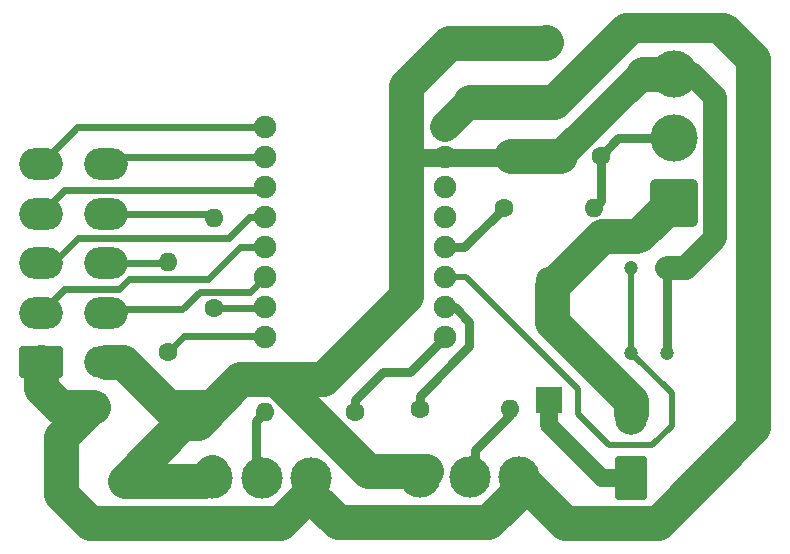
<source format=gbr>
%TF.GenerationSoftware,KiCad,Pcbnew,9.0.0*%
%TF.CreationDate,2025-04-30T12:36:20+02:00*%
%TF.ProjectId,HydraOswietlenie,48796472-614f-4737-9769-65746c656e69,rev?*%
%TF.SameCoordinates,Original*%
%TF.FileFunction,Copper,L2,Bot*%
%TF.FilePolarity,Positive*%
%FSLAX46Y46*%
G04 Gerber Fmt 4.6, Leading zero omitted, Abs format (unit mm)*
G04 Created by KiCad (PCBNEW 9.0.0) date 2025-04-30 12:36:20*
%MOMM*%
%LPD*%
G01*
G04 APERTURE LIST*
G04 Aperture macros list*
%AMRoundRect*
0 Rectangle with rounded corners*
0 $1 Rounding radius*
0 $2 $3 $4 $5 $6 $7 $8 $9 X,Y pos of 4 corners*
0 Add a 4 corners polygon primitive as box body*
4,1,4,$2,$3,$4,$5,$6,$7,$8,$9,$2,$3,0*
0 Add four circle primitives for the rounded corners*
1,1,$1+$1,$2,$3*
1,1,$1+$1,$4,$5*
1,1,$1+$1,$6,$7*
1,1,$1+$1,$8,$9*
0 Add four rect primitives between the rounded corners*
20,1,$1+$1,$2,$3,$4,$5,0*
20,1,$1+$1,$4,$5,$6,$7,0*
20,1,$1+$1,$6,$7,$8,$9,0*
20,1,$1+$1,$8,$9,$2,$3,0*%
G04 Aperture macros list end*
%TA.AperFunction,ComponentPad*%
%ADD10C,1.600000*%
%TD*%
%TA.AperFunction,ComponentPad*%
%ADD11O,1.600000X1.600000*%
%TD*%
%TA.AperFunction,ComponentPad*%
%ADD12C,3.500000*%
%TD*%
%TA.AperFunction,ComponentPad*%
%ADD13RoundRect,0.368324X1.631676X-1.631676X1.631676X1.631676X-1.631676X1.631676X-1.631676X-1.631676X0*%
%TD*%
%TA.AperFunction,ComponentPad*%
%ADD14C,4.000000*%
%TD*%
%TA.AperFunction,ComponentPad*%
%ADD15C,1.905000*%
%TD*%
%TA.AperFunction,ComponentPad*%
%ADD16R,2.000000X2.000000*%
%TD*%
%TA.AperFunction,ComponentPad*%
%ADD17C,2.000000*%
%TD*%
%TA.AperFunction,ComponentPad*%
%ADD18R,2.200000X2.200000*%
%TD*%
%TA.AperFunction,ComponentPad*%
%ADD19O,2.200000X2.200000*%
%TD*%
%TA.AperFunction,ComponentPad*%
%ADD20RoundRect,0.250001X1.099999X1.599999X-1.099999X1.599999X-1.099999X-1.599999X1.099999X-1.599999X0*%
%TD*%
%TA.AperFunction,ComponentPad*%
%ADD21O,2.700000X3.700000*%
%TD*%
%TA.AperFunction,ComponentPad*%
%ADD22RoundRect,0.250001X1.599999X-1.099999X1.599999X1.099999X-1.599999X1.099999X-1.599999X-1.099999X0*%
%TD*%
%TA.AperFunction,ComponentPad*%
%ADD23O,3.700000X2.700000*%
%TD*%
%TA.AperFunction,ViaPad*%
%ADD24C,1.200000*%
%TD*%
%TA.AperFunction,Conductor*%
%ADD25C,3.000000*%
%TD*%
%TA.AperFunction,Conductor*%
%ADD26C,1.500000*%
%TD*%
%TA.AperFunction,Conductor*%
%ADD27C,2.800000*%
%TD*%
%TA.AperFunction,Conductor*%
%ADD28C,2.000000*%
%TD*%
%TA.AperFunction,Conductor*%
%ADD29C,2.500000*%
%TD*%
%TA.AperFunction,Conductor*%
%ADD30C,0.800000*%
%TD*%
%TA.AperFunction,Conductor*%
%ADD31C,0.600000*%
%TD*%
%TA.AperFunction,Conductor*%
%ADD32C,0.500000*%
%TD*%
G04 APERTURE END LIST*
D10*
%TO.P,R1,1*%
%TO.N,Net-(U1-GPIO21)*%
X122300000Y-102510000D03*
D11*
%TO.P,R1,2*%
%TO.N,/CAN_TX*%
X122300000Y-94890000D03*
%TD*%
D10*
%TO.P,R6,1*%
%TO.N,/LED_STRIP_1*%
X138110000Y-107600000D03*
D11*
%TO.P,R6,2*%
%TO.N,Net-(J2-Pin_2)*%
X130490000Y-107600000D03*
%TD*%
D12*
%TO.P,J2,1,Pin_1*%
%TO.N,+5V*%
X134400000Y-113200000D03*
%TO.P,J2,2,Pin_2*%
%TO.N,Net-(J2-Pin_2)*%
X130200000Y-113200000D03*
%TO.P,J2,3,Pin_3*%
%TO.N,GND*%
X126000000Y-113200000D03*
%TD*%
D13*
%TO.P,Q1,1,D*%
%TO.N,/HORN_HORN*%
X165127500Y-89862500D03*
D14*
%TO.P,Q1,2,G*%
%TO.N,Net-(Q1-G)*%
X165127500Y-84402500D03*
%TO.P,Q1,3,S*%
%TO.N,GND*%
X165127500Y-78942500D03*
%TD*%
D15*
%TO.P,U1,0,GPIO0*%
%TO.N,/LED_STRIP_1*%
X145720000Y-101280000D03*
%TO.P,U1,1,GPIO1*%
%TO.N,/LED_STRIP_2*%
X145720000Y-98740000D03*
%TO.P,U1,2,GPIO2*%
%TO.N,/TEST*%
X145720000Y-96200000D03*
%TO.P,U1,3,GPIO3*%
%TO.N,/HORN_DRIVER*%
X145720000Y-93660000D03*
%TO.P,U1,3.3,3V3*%
%TO.N,unconnected-(U1-3V3-Pad3.3)*%
X145720000Y-88580000D03*
%TO.P,U1,4,GPIO4*%
%TO.N,unconnected-(U1-GPIO4-Pad4)*%
X145720000Y-91120000D03*
%TO.P,U1,5,GPIO5*%
%TO.N,/LIGHT_POS*%
X130480000Y-83500000D03*
%TO.P,U1,5V,5V*%
%TO.N,+5V*%
X145720000Y-83500000D03*
%TO.P,U1,6,GPIO6*%
%TO.N,/LIGHT_BEAM*%
X130480000Y-86040000D03*
%TO.P,U1,7,GPIO7*%
%TO.N,/LIGHT_L*%
X130480000Y-88580000D03*
%TO.P,U1,8,GPIO8*%
%TO.N,/HORN_SIGNAL*%
X130480000Y-91120000D03*
%TO.P,U1,9,GPIO9*%
%TO.N,/BRAKE*%
X130480000Y-93660000D03*
%TO.P,U1,10,GPIO10*%
%TO.N,/LIGHT_R*%
X130480000Y-96200000D03*
%TO.P,U1,20,GPIO20*%
%TO.N,Net-(U1-GPIO20)*%
X130480000Y-98740000D03*
%TO.P,U1,21,GPIO21*%
%TO.N,Net-(U1-GPIO21)*%
X130480000Y-101280000D03*
%TO.P,U1,G,GND*%
%TO.N,GND*%
X145720000Y-86040000D03*
%TD*%
D16*
%TO.P,C1,1*%
%TO.N,+5V*%
X154300000Y-81267677D03*
D17*
%TO.P,C1,2*%
%TO.N,GND*%
X154300000Y-76267677D03*
%TD*%
D16*
%TO.P,C1,1*%
%TO.N,N/C*%
X113532323Y-113700000D03*
D17*
%TO.P,C1,2*%
%TO.N,GND*%
X118532323Y-113700000D03*
%TD*%
D18*
%TO.P,D2,1,K*%
%TO.N,+12V*%
X154550000Y-106550000D03*
D19*
%TO.P,D2,2,A*%
%TO.N,/HORN_HORN*%
X154550000Y-96390000D03*
%TD*%
D10*
%TO.P,R4,1*%
%TO.N,/HORN_DRIVER*%
X150690000Y-90300000D03*
D11*
%TO.P,R4,2*%
%TO.N,Net-(Q1-G)*%
X158310000Y-90300000D03*
%TD*%
D20*
%TO.P,J4,1,Pin_1*%
%TO.N,+12V*%
X161500000Y-113200000D03*
D21*
%TO.P,J4,2,Pin_2*%
%TO.N,/HORN_HORN*%
X161500000Y-107700000D03*
%TD*%
D18*
%TO.P,Z1,1,K*%
%TO.N,+5V*%
X115920000Y-107200000D03*
D19*
%TO.P,Z1,2,A*%
%TO.N,GND*%
X126080000Y-107200000D03*
%TD*%
D12*
%TO.P,J3,1,Pin_1*%
%TO.N,+5V*%
X152015750Y-113087100D03*
%TO.P,J3,2,Pin_2*%
%TO.N,Net-(J3-Pin_2)*%
X147815750Y-113087100D03*
%TO.P,J3,3,Pin_3*%
%TO.N,GND*%
X143615750Y-113087100D03*
%TD*%
D10*
%TO.P,R2,1*%
%TO.N,Net-(U1-GPIO20)*%
X126200000Y-98810000D03*
D11*
%TO.P,R2,2*%
%TO.N,/CAN_RX*%
X126200000Y-91190000D03*
%TD*%
D10*
%TO.P,R3,1*%
%TO.N,Net-(Q1-G)*%
X158900000Y-85900000D03*
D11*
%TO.P,R3,2*%
%TO.N,GND*%
X151280000Y-85900000D03*
%TD*%
D22*
%TO.P,J1,1,Pin_1*%
%TO.N,+5V*%
X111500000Y-103400000D03*
D23*
%TO.P,J1,2,Pin_2*%
%TO.N,/BRAKE*%
X111500000Y-99200000D03*
%TO.P,J1,3,Pin_3*%
%TO.N,/HORN_SIGNAL*%
X111500000Y-95000000D03*
%TO.P,J1,4,Pin_4*%
%TO.N,/LIGHT_L*%
X111500000Y-90800000D03*
%TO.P,J1,5,Pin_5*%
%TO.N,/LIGHT_POS*%
X111500000Y-86600000D03*
%TO.P,J1,6,Pin_6*%
%TO.N,GND*%
X117000000Y-103400000D03*
%TO.P,J1,7,Pin_7*%
%TO.N,/LIGHT_R*%
X117000000Y-99200000D03*
%TO.P,J1,8,Pin_8*%
%TO.N,/CAN_TX*%
X117000000Y-95000000D03*
%TO.P,J1,9,Pin_9*%
%TO.N,/CAN_RX*%
X117000000Y-90800000D03*
%TO.P,J1,10,Pin_10*%
%TO.N,/LIGHT_BEAM*%
X117000000Y-86600000D03*
%TD*%
D10*
%TO.P,R5,1*%
%TO.N,/LED_STRIP_2*%
X143590000Y-107300000D03*
D11*
%TO.P,R5,2*%
%TO.N,Net-(J3-Pin_2)*%
X151210000Y-107300000D03*
%TD*%
D24*
%TO.N,GND*%
X164500000Y-102600000D03*
X164500000Y-95400000D03*
%TO.N,/TEST*%
X161500000Y-102600000D03*
X161500000Y-95400000D03*
%TD*%
D25*
%TO.N,+5V*%
X131800000Y-117000000D02*
X134415750Y-114384250D01*
X160950000Y-75350000D02*
X154932323Y-81367677D01*
D26*
X134415750Y-112687100D02*
X134415750Y-112915750D01*
D25*
X171850000Y-108880000D02*
X171850000Y-77750000D01*
X115720000Y-107200000D02*
X113200000Y-109720000D01*
X111500000Y-105580000D02*
X113120000Y-107200000D01*
X152500000Y-113600000D02*
X155900000Y-117000000D01*
D27*
X169450000Y-75350000D02*
X169300000Y-75200000D01*
D25*
X154932323Y-81367677D02*
X147852323Y-81367677D01*
D28*
X152500000Y-113600000D02*
X152500000Y-112587100D01*
X134415750Y-112687100D02*
X134415750Y-112865750D01*
D25*
X113200000Y-109720000D02*
X113200000Y-114500000D01*
D29*
X161250000Y-75050000D02*
X161100000Y-75200000D01*
X147852323Y-81367677D02*
X145720000Y-83500000D01*
D25*
X115700000Y-117000000D02*
X131800000Y-117000000D01*
D29*
X169300000Y-75200000D02*
X169150000Y-75050000D01*
D25*
X134415750Y-114715750D02*
X136650000Y-116950000D01*
D29*
X169150000Y-75050000D02*
X161250000Y-75050000D01*
D25*
X155900000Y-117000000D02*
X163730000Y-117000000D01*
X115920000Y-107200000D02*
X115720000Y-107200000D01*
X134415750Y-114384250D02*
X134415750Y-113784250D01*
X163730000Y-117000000D02*
X171850000Y-108880000D01*
X136650000Y-116950000D02*
X149400000Y-116950000D01*
X113200000Y-114500000D02*
X115700000Y-117000000D01*
X171850000Y-77750000D02*
X169450000Y-75350000D01*
D27*
X161100000Y-75200000D02*
X160950000Y-75350000D01*
D25*
X152500000Y-113850000D02*
X152500000Y-113600000D01*
D28*
X134415750Y-113784250D02*
X134415750Y-112687100D01*
D25*
X149400000Y-116950000D02*
X152500000Y-113850000D01*
X111500000Y-103400000D02*
X111500000Y-105580000D01*
X134415750Y-112915750D02*
X134415750Y-114715750D01*
X113120000Y-107200000D02*
X115920000Y-107200000D01*
%TO.N,GND*%
X139187100Y-112587100D02*
X144100000Y-112587100D01*
X117000000Y-103400000D02*
X118450000Y-103400000D01*
X165127500Y-78942500D02*
X162457500Y-78942500D01*
X131400000Y-104800000D02*
X135400000Y-104800000D01*
X135400000Y-104800000D02*
X142400000Y-97800000D01*
X155500000Y-85900000D02*
X151280000Y-85900000D01*
X124780000Y-108500000D02*
X123500000Y-108500000D01*
X131400000Y-104800000D02*
X139187100Y-112587100D01*
D28*
X168600000Y-92900000D02*
X166100000Y-95400000D01*
X165127500Y-78942500D02*
X166642500Y-78942500D01*
D25*
X125302850Y-113400000D02*
X126015750Y-112687100D01*
X154200000Y-76367677D02*
X154300000Y-76267677D01*
X146032323Y-76367677D02*
X154200000Y-76367677D01*
D28*
X166642500Y-78942500D02*
X168600000Y-80900000D01*
D25*
X118450000Y-103400000D02*
X122250000Y-107200000D01*
X122250000Y-107200000D02*
X126080000Y-107200000D01*
D28*
X168600000Y-80900000D02*
X168600000Y-92900000D01*
D30*
X164500000Y-95400000D02*
X164500000Y-102600000D01*
D25*
X128400000Y-104800000D02*
X131400000Y-104800000D01*
X123500000Y-108500000D02*
X118600000Y-113400000D01*
D29*
X162457500Y-78942500D02*
X155500000Y-85900000D01*
D25*
X118600000Y-113400000D02*
X125302850Y-113400000D01*
X142400000Y-80000000D02*
X146032323Y-76367677D01*
D28*
X166100000Y-95400000D02*
X164500000Y-95400000D01*
D26*
X151280000Y-85900000D02*
X151080000Y-86100000D01*
D25*
X142400000Y-97800000D02*
X142400000Y-80000000D01*
D26*
X143300000Y-86100000D02*
X142400000Y-87000000D01*
D25*
X126080000Y-107200000D02*
X124780000Y-108500000D01*
X124700000Y-108500000D02*
X128400000Y-104800000D01*
D26*
X151080000Y-86100000D02*
X143300000Y-86100000D01*
D31*
%TO.N,/HORN_SIGNAL*%
X112550000Y-95000000D02*
X114700000Y-92850000D01*
X111500000Y-95000000D02*
X112550000Y-95000000D01*
X114700000Y-92850000D02*
X127450000Y-92850000D01*
X127450000Y-92850000D02*
X129180000Y-91120000D01*
X129180000Y-91120000D02*
X130480000Y-91120000D01*
%TO.N,Net-(U1-GPIO20)*%
X126200000Y-98810000D02*
X130410000Y-98810000D01*
X130410000Y-98810000D02*
X130480000Y-98740000D01*
D32*
%TO.N,/TEST*%
X157000000Y-105650000D02*
X147550000Y-96200000D01*
X147550000Y-96200000D02*
X145720000Y-96200000D01*
X161500000Y-95400000D02*
X161500000Y-102600000D01*
X159650000Y-110425000D02*
X157000000Y-107775000D01*
X157000000Y-107775000D02*
X157000000Y-105650000D01*
X163250000Y-110425000D02*
X159650000Y-110425000D01*
X164925000Y-106025000D02*
X164925000Y-108750000D01*
X161500000Y-102600000D02*
X164925000Y-106025000D01*
X164925000Y-108750000D02*
X163250000Y-110425000D01*
D31*
%TO.N,Net-(U1-GPIO21)*%
X122300000Y-102510000D02*
X123610000Y-101200000D01*
X130400000Y-101200000D02*
X130480000Y-101280000D01*
X123610000Y-101200000D02*
X130400000Y-101200000D01*
D30*
%TO.N,/LED_STRIP_2*%
X147800000Y-100000000D02*
X146540000Y-98740000D01*
X147800000Y-102000000D02*
X147800000Y-100000000D01*
X143590000Y-107300000D02*
X143590000Y-106210000D01*
X146540000Y-98740000D02*
X145720000Y-98740000D01*
X143590000Y-106210000D02*
X147800000Y-102000000D01*
%TO.N,/LED_STRIP_1*%
X138110000Y-106600000D02*
X140510000Y-104200000D01*
X140510000Y-104200000D02*
X142800000Y-104200000D01*
X142800000Y-104200000D02*
X145720000Y-101280000D01*
X138110000Y-107600000D02*
X138110000Y-106600000D01*
%TO.N,/HORN_DRIVER*%
X145720000Y-93660000D02*
X147330000Y-93660000D01*
X147330000Y-93660000D02*
X150690000Y-90300000D01*
D25*
%TO.N,/HORN_HORN*%
X161900000Y-92700000D02*
X159000000Y-92700000D01*
X154800000Y-100000000D02*
X161500000Y-106700000D01*
X164937500Y-89862500D02*
X162150000Y-92650000D01*
X159000000Y-92700000D02*
X154800000Y-96900000D01*
X162150000Y-92650000D02*
X161950000Y-92650000D01*
X154800000Y-96900000D02*
X154800000Y-100000000D01*
X161500000Y-106700000D02*
X161500000Y-107700000D01*
D26*
X164937500Y-89862500D02*
X165127500Y-89862500D01*
D25*
X161950000Y-92650000D02*
X161900000Y-92700000D01*
D26*
%TO.N,+12V*%
X154550000Y-108700000D02*
X159050000Y-113200000D01*
X159050000Y-113200000D02*
X161500000Y-113200000D01*
X154550000Y-106550000D02*
X154550000Y-108700000D01*
D31*
%TO.N,/LIGHT_R*%
X117000000Y-99200000D02*
X117300000Y-98900000D01*
X117300000Y-98900000D02*
X123500000Y-98900000D01*
X129230000Y-97450000D02*
X130480000Y-96200000D01*
X123500000Y-98900000D02*
X124950000Y-97450000D01*
X124950000Y-97450000D02*
X129230000Y-97450000D01*
%TO.N,/BRAKE*%
X125700000Y-96350000D02*
X128390000Y-93660000D01*
X113500000Y-97200000D02*
X118150000Y-97200000D01*
X118150000Y-97200000D02*
X119000000Y-96350000D01*
X119000000Y-96350000D02*
X125700000Y-96350000D01*
X111500000Y-99200000D02*
X113500000Y-97200000D01*
X128390000Y-93660000D02*
X130480000Y-93660000D01*
%TO.N,/LIGHT_L*%
X113500000Y-88800000D02*
X130260000Y-88800000D01*
X111500000Y-90800000D02*
X113500000Y-88800000D01*
X130260000Y-88800000D02*
X130480000Y-88580000D01*
%TO.N,/LIGHT_POS*%
X114600000Y-83500000D02*
X130480000Y-83500000D01*
X111500000Y-86600000D02*
X114600000Y-83500000D01*
%TO.N,/CAN_TX*%
X122190000Y-95000000D02*
X122300000Y-94890000D01*
X117000000Y-95000000D02*
X122190000Y-95000000D01*
%TO.N,/CAN_RX*%
X125810000Y-90800000D02*
X126200000Y-91190000D01*
X117000000Y-90800000D02*
X125810000Y-90800000D01*
%TO.N,/LIGHT_BEAM*%
X117560000Y-86040000D02*
X130480000Y-86040000D01*
X117000000Y-86600000D02*
X117560000Y-86040000D01*
D30*
%TO.N,Net-(J2-Pin_2)*%
X129740000Y-112211350D02*
X130215750Y-112687100D01*
X130490000Y-107600000D02*
X129740000Y-108350000D01*
X129740000Y-108350000D02*
X129740000Y-112211350D01*
%TO.N,Net-(J3-Pin_2)*%
X148300000Y-112587100D02*
X148300000Y-110800000D01*
X148300000Y-110800000D02*
X151210000Y-107890000D01*
X151210000Y-107890000D02*
X151210000Y-107300000D01*
%TO.N,Net-(Q1-G)*%
X158900000Y-89710000D02*
X158900000Y-85900000D01*
X158310000Y-90300000D02*
X158900000Y-89710000D01*
X160397500Y-84402500D02*
X165127500Y-84402500D01*
X158900000Y-85900000D02*
X160397500Y-84402500D01*
%TD*%
M02*

</source>
